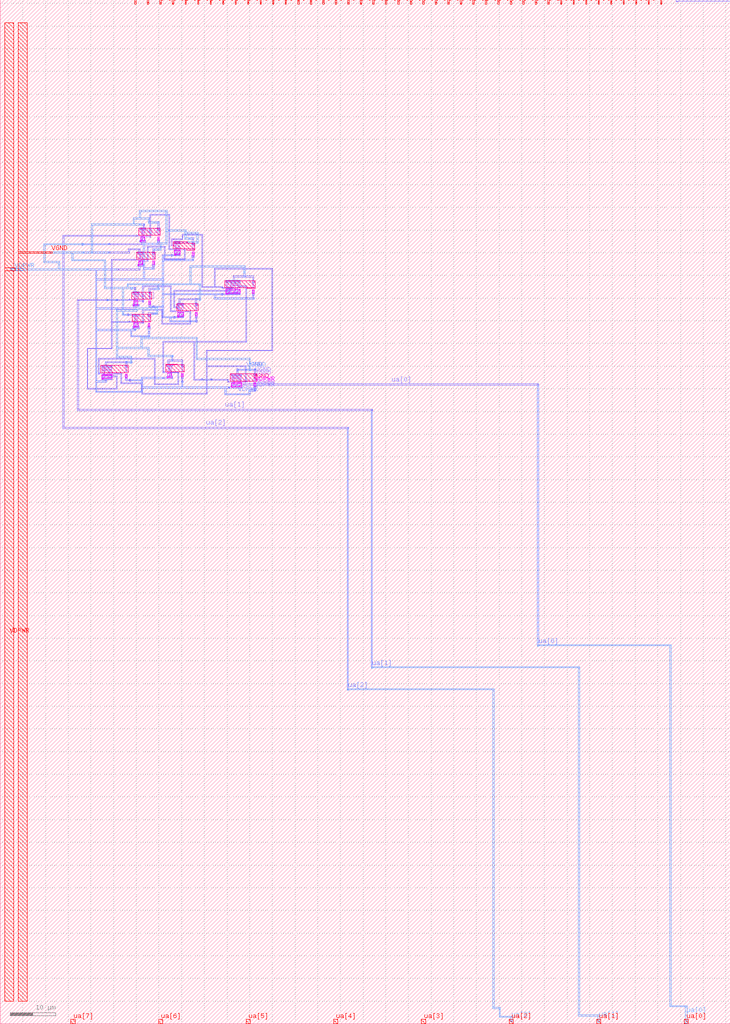
<source format=lef>
VERSION 5.7 ;
  NOWIREEXTENSIONATPIN ON ;
  DIVIDERCHAR "/" ;
  BUSBITCHARS "[]" ;
MACRO tt_um_analog_example
  CLASS BLOCK ;
  FOREIGN tt_um_analog_example ;
  ORIGIN -0.030 0.000 ;
  SIZE 160.970 BY 225.760 ;
  PIN clk
    PORT
      LAYER met4 ;
        RECT 142.860 224.760 143.160 225.760 ;
    END
  END clk
  PIN ena
    PORT
      LAYER met4 ;
        RECT 145.620 224.760 145.920 225.760 ;
    END
  END ena
  PIN rst_n
    PORT
      LAYER met4 ;
        RECT 140.100 224.760 140.400 225.760 ;
    END
  END rst_n
  PIN ua[0]
    ANTENNADIFFAREA 0.445500 ;
    PORT
      LAYER li1 ;
        RECT 52.550 142.525 53.145 142.865 ;
        RECT 52.550 141.205 52.725 142.525 ;
        RECT 52.550 141.100 53.145 141.205 ;
        RECT 52.550 140.800 53.930 141.100 ;
        RECT 52.550 140.655 53.145 140.800 ;
      LAYER met1 ;
        RECT 53.600 140.800 118.760 141.100 ;
      LAYER met2 ;
        RECT 118.430 83.300 118.730 141.130 ;
        RECT 118.440 83.265 118.720 83.300 ;
      LAYER met3 ;
        RECT 118.415 83.600 118.745 83.615 ;
        RECT 118.415 83.300 147.930 83.600 ;
        RECT 118.415 83.285 118.745 83.300 ;
        RECT 147.630 4.000 147.930 83.300 ;
        RECT 147.630 3.700 151.480 4.000 ;
        RECT 151.080 0.110 151.480 3.700 ;
      LAYER met4 ;
        RECT 150.840 0.000 151.740 1.000 ;
    END
  END ua[0]
  PIN ua[1]
    ANTENNAGATEAREA 0.247500 ;
    PORT
      LAYER li1 ;
        RECT 29.550 159.700 29.880 159.715 ;
        RECT 28.380 159.500 29.880 159.700 ;
        RECT 29.550 159.475 29.880 159.500 ;
      LAYER met1 ;
        RECT 23.500 159.700 23.760 159.760 ;
        RECT 16.980 159.500 23.760 159.700 ;
        RECT 16.980 135.500 17.280 159.500 ;
        RECT 23.500 159.440 23.760 159.500 ;
        RECT 25.600 159.700 25.860 159.760 ;
        RECT 28.335 159.700 28.625 159.715 ;
        RECT 25.600 159.500 28.625 159.700 ;
        RECT 25.600 159.440 25.860 159.500 ;
        RECT 28.335 159.485 28.625 159.500 ;
        RECT 16.980 135.200 82.110 135.500 ;
      LAYER met2 ;
        RECT 23.470 159.700 23.790 159.730 ;
        RECT 25.570 159.700 25.890 159.730 ;
        RECT 23.470 159.500 25.890 159.700 ;
        RECT 23.470 159.470 23.790 159.500 ;
        RECT 25.570 159.470 25.890 159.500 ;
        RECT 81.780 78.450 82.080 135.530 ;
        RECT 81.790 78.415 82.070 78.450 ;
      LAYER met3 ;
        RECT 81.765 78.750 82.095 78.765 ;
        RECT 81.765 78.450 127.780 78.750 ;
        RECT 81.765 78.435 82.095 78.450 ;
        RECT 127.480 1.950 127.780 78.450 ;
        RECT 127.480 1.650 132.210 1.950 ;
        RECT 131.755 0.315 132.210 1.650 ;
      LAYER met4 ;
        RECT 131.520 0.000 132.420 1.000 ;
    END
  END ua[1]
  PIN ua[2]
    ANTENNAGATEAREA 0.247500 ;
    PORT
      LAYER li1 ;
        RECT 31.050 173.850 31.380 173.865 ;
        RECT 30.030 173.650 31.380 173.850 ;
        RECT 31.050 173.625 31.380 173.650 ;
      LAYER met1 ;
        RECT 29.985 173.850 30.275 173.865 ;
        RECT 13.780 173.650 30.275 173.850 ;
        RECT 13.780 131.550 14.080 173.650 ;
        RECT 29.985 173.635 30.275 173.650 ;
        RECT 13.780 131.250 76.810 131.550 ;
      LAYER met2 ;
        RECT 76.480 73.600 76.780 131.580 ;
        RECT 76.490 73.565 76.770 73.600 ;
      LAYER met3 ;
        RECT 76.465 73.900 76.795 73.915 ;
        RECT 76.465 73.600 108.930 73.900 ;
        RECT 76.465 73.585 76.795 73.600 ;
        RECT 108.630 3.600 108.930 73.600 ;
        RECT 108.630 3.300 110.280 3.600 ;
        RECT 109.980 1.700 110.280 3.300 ;
        RECT 109.980 1.400 112.855 1.700 ;
        RECT 112.410 0.410 112.855 1.400 ;
      LAYER met4 ;
        RECT 112.200 0.000 113.100 1.000 ;
    END
  END ua[2]
  PIN ua[3]
    PORT
      LAYER met4 ;
        RECT 92.880 0.000 93.780 1.000 ;
    END
  END ua[3]
  PIN ua[4]
    PORT
      LAYER met4 ;
        RECT 73.560 0.000 74.460 1.000 ;
    END
  END ua[4]
  PIN ua[5]
    PORT
      LAYER met4 ;
        RECT 54.240 0.000 55.140 1.000 ;
    END
  END ua[5]
  PIN ua[6]
    PORT
      LAYER met4 ;
        RECT 34.920 0.000 35.820 1.000 ;
    END
  END ua[6]
  PIN ua[7]
    PORT
      LAYER met4 ;
        RECT 15.600 0.000 16.500 1.000 ;
    END
  END ua[7]
  PIN ui_in[0]
    PORT
      LAYER met4 ;
        RECT 137.340 224.760 137.640 225.760 ;
    END
  END ui_in[0]
  PIN ui_in[1]
    PORT
      LAYER met4 ;
        RECT 134.580 224.760 134.880 225.760 ;
    END
  END ui_in[1]
  PIN ui_in[2]
    PORT
      LAYER met4 ;
        RECT 131.820 224.760 132.120 225.760 ;
    END
  END ui_in[2]
  PIN ui_in[3]
    PORT
      LAYER met4 ;
        RECT 129.060 224.760 129.360 225.760 ;
    END
  END ui_in[3]
  PIN ui_in[4]
    PORT
      LAYER met4 ;
        RECT 126.300 224.760 126.600 225.760 ;
    END
  END ui_in[4]
  PIN ui_in[5]
    PORT
      LAYER met4 ;
        RECT 123.540 224.760 123.840 225.760 ;
    END
  END ui_in[5]
  PIN ui_in[6]
    PORT
      LAYER met4 ;
        RECT 120.780 224.760 121.080 225.760 ;
    END
  END ui_in[6]
  PIN ui_in[7]
    PORT
      LAYER met4 ;
        RECT 118.020 224.760 118.320 225.760 ;
    END
  END ui_in[7]
  PIN uio_in[0]
    PORT
      LAYER met4 ;
        RECT 115.260 224.760 115.560 225.760 ;
    END
  END uio_in[0]
  PIN uio_in[1]
    PORT
      LAYER met4 ;
        RECT 112.500 224.760 112.800 225.760 ;
    END
  END uio_in[1]
  PIN uio_in[2]
    PORT
      LAYER met4 ;
        RECT 109.740 224.760 110.040 225.760 ;
    END
  END uio_in[2]
  PIN uio_in[3]
    PORT
      LAYER met4 ;
        RECT 106.980 224.760 107.280 225.760 ;
    END
  END uio_in[3]
  PIN uio_in[4]
    PORT
      LAYER met4 ;
        RECT 104.220 224.760 104.520 225.760 ;
    END
  END uio_in[4]
  PIN uio_in[5]
    PORT
      LAYER met4 ;
        RECT 101.460 224.760 101.760 225.760 ;
    END
  END uio_in[5]
  PIN uio_in[6]
    PORT
      LAYER met4 ;
        RECT 98.700 224.760 99.000 225.760 ;
    END
  END uio_in[6]
  PIN uio_in[7]
    PORT
      LAYER met4 ;
        RECT 95.940 224.760 96.240 225.760 ;
    END
  END uio_in[7]
  PIN uio_oe[0]
    PORT
      LAYER met4 ;
        RECT 49.020 224.760 49.320 225.760 ;
    END
  END uio_oe[0]
  PIN uio_oe[1]
    PORT
      LAYER met4 ;
        RECT 46.260 224.760 46.560 225.760 ;
    END
  END uio_oe[1]
  PIN uio_oe[2]
    PORT
      LAYER met4 ;
        RECT 43.500 224.760 43.800 225.760 ;
    END
  END uio_oe[2]
  PIN uio_oe[3]
    PORT
      LAYER met4 ;
        RECT 40.740 224.760 41.040 225.760 ;
    END
  END uio_oe[3]
  PIN uio_oe[4]
    PORT
      LAYER met4 ;
        RECT 37.980 224.760 38.280 225.760 ;
    END
  END uio_oe[4]
  PIN uio_oe[5]
    PORT
      LAYER met4 ;
        RECT 35.220 224.760 35.520 225.760 ;
    END
  END uio_oe[5]
  PIN uio_oe[6]
    PORT
      LAYER met4 ;
        RECT 32.460 224.760 32.760 225.760 ;
    END
  END uio_oe[6]
  PIN uio_oe[7]
    PORT
      LAYER met4 ;
        RECT 29.700 224.760 30.000 225.760 ;
    END
  END uio_oe[7]
  PIN uio_out[0]
    PORT
      LAYER met4 ;
        RECT 71.100 224.760 71.400 225.760 ;
    END
  END uio_out[0]
  PIN uio_out[1]
    PORT
      LAYER met4 ;
        RECT 68.340 224.760 68.640 225.760 ;
    END
  END uio_out[1]
  PIN uio_out[2]
    PORT
      LAYER met4 ;
        RECT 65.580 224.760 65.880 225.760 ;
    END
  END uio_out[2]
  PIN uio_out[3]
    PORT
      LAYER met4 ;
        RECT 62.820 224.760 63.120 225.760 ;
    END
  END uio_out[3]
  PIN uio_out[4]
    PORT
      LAYER met4 ;
        RECT 60.060 224.760 60.360 225.760 ;
    END
  END uio_out[4]
  PIN uio_out[5]
    PORT
      LAYER met4 ;
        RECT 57.300 224.760 57.600 225.760 ;
    END
  END uio_out[5]
  PIN uio_out[6]
    PORT
      LAYER met4 ;
        RECT 54.540 224.760 54.840 225.760 ;
    END
  END uio_out[6]
  PIN uio_out[7]
    PORT
      LAYER met4 ;
        RECT 51.780 224.760 52.080 225.760 ;
    END
  END uio_out[7]
  PIN uo_out[0]
    PORT
      LAYER met4 ;
        RECT 93.180 224.760 93.480 225.760 ;
    END
  END uo_out[0]
  PIN uo_out[1]
    PORT
      LAYER met4 ;
        RECT 90.420 224.760 90.720 225.760 ;
    END
  END uo_out[1]
  PIN uo_out[2]
    PORT
      LAYER met4 ;
        RECT 87.660 224.760 87.960 225.760 ;
    END
  END uo_out[2]
  PIN uo_out[3]
    PORT
      LAYER met4 ;
        RECT 84.900 224.760 85.200 225.760 ;
    END
  END uo_out[3]
  PIN uo_out[4]
    PORT
      LAYER met4 ;
        RECT 82.140 224.760 82.440 225.760 ;
    END
  END uo_out[4]
  PIN uo_out[5]
    PORT
      LAYER met4 ;
        RECT 79.380 224.760 79.680 225.760 ;
    END
  END uo_out[5]
  PIN uo_out[6]
    PORT
      LAYER met4 ;
        RECT 76.620 224.760 76.920 225.760 ;
    END
  END uo_out[6]
  PIN uo_out[7]
    PORT
      LAYER met4 ;
        RECT 73.860 224.760 74.160 225.760 ;
    END
  END uo_out[7]
  PIN VDPWR
    ANTENNADIFFAREA 3.354000 ;
    PORT
      LAYER pwell ;
        RECT 34.685 172.730 35.115 173.515 ;
        RECT 42.295 169.440 42.725 170.225 ;
        RECT 33.585 167.430 34.015 168.215 ;
        RECT 55.585 161.080 56.015 161.865 ;
        RECT 32.735 158.630 33.165 159.415 ;
        RECT 42.985 156.080 43.415 156.865 ;
        RECT 32.585 153.730 33.015 154.515 ;
        RECT 27.585 142.480 28.015 143.265 ;
        RECT 39.935 142.630 40.365 143.415 ;
        RECT 55.935 140.580 56.365 141.365 ;
      LAYER li1 ;
        RECT 31.050 172.635 31.280 173.455 ;
        RECT 30.730 172.465 32.110 172.635 ;
        RECT 34.755 172.625 35.045 173.350 ;
        RECT 34.670 172.455 35.130 172.625 ;
        RECT 38.435 169.635 38.675 170.445 ;
        RECT 39.345 169.635 39.615 170.445 ;
        RECT 38.330 169.465 39.710 169.635 ;
        RECT 42.365 169.335 42.655 170.060 ;
        RECT 42.280 169.165 42.740 169.335 ;
        RECT 30.600 167.335 30.830 168.155 ;
        RECT 30.280 167.165 31.660 167.335 ;
        RECT 33.655 167.325 33.945 168.050 ;
        RECT 33.570 167.155 34.030 167.325 ;
        RECT 49.855 161.025 50.185 161.415 ;
        RECT 50.695 161.025 51.025 161.415 ;
        RECT 52.565 161.025 52.855 161.860 ;
        RECT 49.720 160.855 52.940 161.025 ;
        RECT 55.655 160.975 55.945 161.700 ;
        RECT 55.570 160.805 56.030 160.975 ;
        RECT 29.550 158.485 29.780 159.305 ;
        RECT 32.805 158.525 33.095 159.250 ;
        RECT 29.230 158.315 30.610 158.485 ;
        RECT 32.720 158.355 33.180 158.525 ;
        RECT 39.185 155.985 39.425 156.795 ;
        RECT 40.095 155.985 40.365 156.795 ;
        RECT 39.080 155.815 40.460 155.985 ;
        RECT 43.055 155.975 43.345 156.700 ;
        RECT 42.970 155.805 43.430 155.975 ;
        RECT 29.590 153.625 29.820 154.445 ;
        RECT 32.655 153.625 32.945 154.350 ;
        RECT 29.270 153.455 30.650 153.625 ;
        RECT 32.570 153.455 33.030 153.625 ;
        RECT 22.895 142.335 23.830 142.735 ;
        RECT 27.655 142.375 27.945 143.100 ;
        RECT 36.990 142.575 37.220 143.395 ;
        RECT 36.670 142.405 38.050 142.575 ;
        RECT 40.005 142.525 40.295 143.250 ;
        RECT 22.380 142.165 24.680 142.335 ;
        RECT 27.570 142.205 28.030 142.375 ;
        RECT 39.920 142.355 40.380 142.525 ;
        RECT 51.445 140.485 52.380 140.885 ;
        RECT 50.930 140.315 53.230 140.485 ;
        RECT 56.005 140.475 56.295 141.200 ;
        RECT 55.920 140.305 56.380 140.475 ;
      LAYER met1 ;
        RECT 30.730 172.310 32.110 172.790 ;
        RECT 23.890 172.045 24.180 172.080 ;
        RECT 31.045 172.045 31.335 172.310 ;
        RECT 34.670 172.300 35.130 172.780 ;
        RECT 23.885 171.755 31.335 172.045 ;
        RECT 34.780 171.770 35.080 172.300 ;
        RECT 23.890 171.720 24.180 171.755 ;
        RECT 37.690 169.600 37.980 169.630 ;
        RECT 38.330 169.600 39.710 169.790 ;
        RECT 37.685 169.310 39.710 169.600 ;
        RECT 37.690 169.270 37.980 169.310 ;
        RECT 42.280 169.010 42.740 169.490 ;
        RECT 42.330 168.270 42.630 169.010 ;
        RECT 30.280 167.010 31.660 167.490 ;
        RECT 25.690 166.495 25.980 166.530 ;
        RECT 30.595 166.495 30.885 167.010 ;
        RECT 33.570 167.000 34.030 167.480 ;
        RECT 25.685 166.205 30.885 166.495 ;
        RECT 33.625 166.680 33.925 167.000 ;
        RECT 33.625 166.350 33.930 166.680 ;
        RECT 33.630 166.320 33.930 166.350 ;
        RECT 25.690 166.170 25.980 166.205 ;
        RECT 48.790 160.990 49.080 161.030 ;
        RECT 49.720 160.990 52.940 161.180 ;
        RECT 48.785 160.700 52.940 160.990 ;
        RECT 48.790 160.670 49.080 160.700 ;
        RECT 55.570 160.650 56.030 161.130 ;
        RECT 55.630 159.720 55.930 160.650 ;
        RECT 29.230 158.160 30.610 158.640 ;
        RECT 32.720 158.250 33.180 158.680 ;
        RECT 33.630 158.250 33.930 158.280 ;
        RECT 32.720 158.200 33.930 158.250 ;
        RECT 25.590 157.845 25.880 157.880 ;
        RECT 29.545 157.845 29.835 158.160 ;
        RECT 32.775 157.950 33.930 158.200 ;
        RECT 33.630 157.920 33.930 157.950 ;
        RECT 25.585 157.555 29.835 157.845 ;
        RECT 25.590 157.520 25.880 157.555 ;
        RECT 38.290 155.950 38.580 155.980 ;
        RECT 39.080 155.950 40.460 156.140 ;
        RECT 38.285 155.660 40.460 155.950 ;
        RECT 38.290 155.620 38.580 155.660 ;
        RECT 42.970 155.650 43.430 156.130 ;
        RECT 43.075 155.085 43.380 155.650 ;
        RECT 43.075 154.750 43.385 155.085 ;
        RECT 43.080 154.720 43.385 154.750 ;
        RECT 29.270 153.300 30.650 153.780 ;
        RECT 32.570 153.300 33.030 153.780 ;
        RECT 29.585 153.130 29.875 153.300 ;
        RECT 29.585 152.805 29.880 153.130 ;
        RECT 29.590 152.770 29.880 152.805 ;
        RECT 32.630 152.600 32.930 153.300 ;
        RECT 32.600 152.300 32.960 152.600 ;
        RECT 35.890 142.540 36.180 142.580 ;
        RECT 36.670 142.540 38.050 142.730 ;
        RECT 22.380 142.010 24.680 142.490 ;
        RECT 27.570 142.050 28.030 142.530 ;
        RECT 35.885 142.250 38.050 142.540 ;
        RECT 35.890 142.220 36.180 142.250 ;
        RECT 39.920 142.200 40.380 142.680 ;
        RECT 28.480 142.050 28.780 142.080 ;
        RECT 23.155 141.780 23.445 142.010 ;
        RECT 23.140 141.455 23.445 141.780 ;
        RECT 27.630 141.750 28.780 142.050 ;
        RECT 39.980 141.950 40.280 142.200 ;
        RECT 28.480 141.720 28.780 141.750 ;
        RECT 39.985 141.700 40.280 141.950 ;
        RECT 23.140 141.420 23.430 141.455 ;
        RECT 39.950 141.405 40.310 141.700 ;
        RECT 50.240 140.450 50.530 140.480 ;
        RECT 50.930 140.450 53.230 140.640 ;
        RECT 50.235 140.160 53.230 140.450 ;
        RECT 50.240 140.120 50.530 140.160 ;
        RECT 55.920 140.150 56.380 140.630 ;
        RECT 55.980 139.420 56.280 140.150 ;
      LAYER met2 ;
        RECT 17.990 172.050 18.270 172.085 ;
        RECT 17.980 171.750 24.210 172.050 ;
        RECT 31.580 171.800 35.110 172.100 ;
        RECT 17.990 171.715 18.270 171.750 ;
        RECT 31.580 166.650 31.880 171.800 ;
        RECT 35.730 169.300 38.010 169.600 ;
        RECT 35.730 168.600 36.030 169.300 ;
        RECT 35.730 168.300 42.660 168.600 ;
        RECT 19.090 166.500 19.370 166.535 ;
        RECT 19.080 166.200 26.010 166.500 ;
        RECT 31.580 166.350 33.960 166.650 ;
        RECT 19.090 166.165 19.370 166.200 ;
        RECT 21.030 164.300 21.330 166.200 ;
        RECT 31.580 164.300 31.880 166.350 ;
        RECT 35.730 164.300 36.030 168.300 ;
        RECT 21.030 164.000 36.030 164.300 ;
        RECT 21.030 157.850 21.330 164.000 ;
        RECT 35.730 161.000 36.030 164.000 ;
        RECT 35.730 160.700 49.110 161.000 ;
        RECT 35.730 158.250 36.030 160.700 ;
        RECT 47.230 160.050 47.530 160.700 ;
        RECT 47.230 159.750 55.960 160.050 ;
        RECT 33.600 157.950 36.030 158.250 ;
        RECT 21.030 157.550 25.910 157.850 ;
        RECT 21.030 153.100 21.330 157.550 ;
        RECT 35.730 155.950 36.030 157.950 ;
        RECT 35.730 155.650 38.610 155.950 ;
        RECT 37.430 155.050 37.730 155.650 ;
        RECT 43.050 155.050 43.415 155.055 ;
        RECT 37.430 154.750 43.415 155.050 ;
        RECT 21.030 152.800 29.910 153.100 ;
        RECT 21.030 141.750 21.330 152.800 ;
        RECT 28.730 151.750 29.030 152.800 ;
        RECT 32.630 151.750 32.930 152.630 ;
        RECT 28.730 151.450 32.930 151.750 ;
        RECT 31.130 142.250 36.210 142.550 ;
        RECT 31.130 142.050 31.430 142.250 ;
        RECT 28.450 141.750 31.430 142.050 ;
        RECT 21.030 141.450 23.460 141.750 ;
        RECT 21.030 139.500 21.330 141.450 ;
        RECT 31.130 140.450 31.430 141.750 ;
        RECT 39.980 140.450 40.280 141.730 ;
        RECT 31.130 140.150 50.560 140.450 ;
        RECT 31.130 139.500 31.430 140.150 ;
        RECT 21.030 139.200 31.430 139.500 ;
        RECT 49.530 138.950 49.830 140.150 ;
        RECT 54.830 139.450 56.310 139.750 ;
        RECT 54.830 138.950 55.130 139.450 ;
        RECT 49.530 138.650 55.130 138.950 ;
      LAYER met3 ;
        RECT 17.965 172.050 18.295 172.065 ;
        RECT 9.580 171.750 18.295 172.050 ;
        RECT 9.580 168.150 9.880 171.750 ;
        RECT 17.965 171.735 18.295 171.750 ;
        RECT 9.580 167.850 13.080 168.150 ;
        RECT 2.960 166.625 3.320 166.650 ;
        RECT 2.330 166.500 5.090 166.625 ;
        RECT 12.780 166.500 13.080 167.850 ;
        RECT 19.065 166.500 19.395 166.515 ;
        RECT 2.330 166.200 19.395 166.500 ;
        RECT 2.330 166.080 5.090 166.200 ;
        RECT 19.065 166.185 19.395 166.200 ;
        RECT 2.960 166.060 3.320 166.080 ;
      LAYER met4 ;
        RECT 1.000 166.650 3.000 220.760 ;
        RECT 1.000 166.060 3.320 166.650 ;
        RECT 1.000 5.000 3.000 166.060 ;
    END
  END VDPWR
  PIN VGND
    USE GROUND ;
    PORT
      LAYER nwell ;
        RECT 30.540 175.450 33.580 175.460 ;
        RECT 30.540 173.855 35.320 175.450 ;
        RECT 33.560 173.845 35.320 173.855 ;
        RECT 38.140 172.160 41.180 172.460 ;
        RECT 38.140 170.855 42.930 172.160 ;
        RECT 41.160 170.555 42.930 170.855 ;
        RECT 30.090 170.150 32.680 170.160 ;
        RECT 30.090 168.555 34.220 170.150 ;
        RECT 32.660 168.545 34.220 168.555 ;
        RECT 49.530 163.800 54.430 163.850 ;
        RECT 49.530 162.245 56.220 163.800 ;
        RECT 54.360 162.195 56.220 162.245 ;
        RECT 31.660 161.310 33.370 161.350 ;
        RECT 29.040 159.745 33.370 161.310 ;
        RECT 29.040 159.705 31.780 159.745 ;
        RECT 38.890 158.800 41.930 158.810 ;
        RECT 38.890 157.205 43.620 158.800 ;
        RECT 41.910 157.195 43.620 157.205 ;
        RECT 29.080 154.845 33.220 156.450 ;
        RECT 36.480 145.350 39.080 145.400 ;
        RECT 26.560 145.160 28.220 145.200 ;
        RECT 22.190 143.595 28.220 145.160 ;
        RECT 36.480 143.795 40.570 145.350 ;
        RECT 38.910 143.745 40.570 143.795 ;
        RECT 22.190 143.555 26.580 143.595 ;
        RECT 50.740 143.300 54.830 143.310 ;
        RECT 50.740 141.705 56.570 143.300 ;
        RECT 54.810 141.695 56.570 141.705 ;
      LAYER li1 ;
        RECT 30.730 175.185 32.110 175.355 ;
        RECT 31.070 174.045 31.280 175.185 ;
        RECT 34.670 175.175 35.130 175.345 ;
        RECT 34.755 174.010 35.045 175.175 ;
        RECT 38.330 172.185 39.710 172.355 ;
        RECT 39.285 171.045 39.615 172.185 ;
        RECT 42.280 171.885 42.740 172.055 ;
        RECT 42.365 170.720 42.655 171.885 ;
        RECT 30.280 169.885 31.660 170.055 ;
        RECT 30.620 168.745 30.830 169.885 ;
        RECT 33.570 169.875 34.030 170.045 ;
        RECT 33.655 168.710 33.945 169.875 ;
        RECT 49.720 163.575 52.940 163.745 ;
        RECT 50.775 162.725 50.945 163.575 ;
        RECT 51.615 163.065 51.785 163.575 ;
        RECT 55.570 163.525 56.030 163.695 ;
        RECT 55.655 162.360 55.945 163.525 ;
        RECT 29.230 161.035 30.610 161.205 ;
        RECT 32.720 161.075 33.180 161.245 ;
        RECT 29.570 159.895 29.780 161.035 ;
        RECT 32.805 159.910 33.095 161.075 ;
        RECT 39.080 158.535 40.460 158.705 ;
        RECT 40.035 157.395 40.365 158.535 ;
        RECT 42.970 158.525 43.430 158.695 ;
        RECT 43.055 157.360 43.345 158.525 ;
        RECT 29.270 156.175 30.650 156.345 ;
        RECT 32.570 156.175 33.030 156.345 ;
        RECT 29.610 155.035 29.820 156.175 ;
        RECT 32.655 155.010 32.945 156.175 ;
        RECT 36.670 145.125 38.050 145.295 ;
        RECT 22.380 144.885 24.680 145.055 ;
        RECT 27.570 144.925 28.030 145.095 ;
        RECT 22.895 144.485 23.830 144.885 ;
        RECT 27.655 143.760 27.945 144.925 ;
        RECT 37.010 143.985 37.220 145.125 ;
        RECT 39.920 145.075 40.380 145.245 ;
        RECT 40.005 143.910 40.295 145.075 ;
        RECT 50.930 143.035 53.230 143.205 ;
        RECT 51.445 142.635 52.380 143.035 ;
        RECT 55.920 143.025 56.380 143.195 ;
        RECT 56.005 141.860 56.295 143.025 ;
      LAYER met1 ;
        RECT 31.490 176.395 31.780 176.430 ;
        RECT 31.490 176.070 31.795 176.395 ;
        RECT 31.505 175.510 31.795 176.070 ;
        RECT 30.730 175.030 32.110 175.510 ;
        RECT 34.730 175.500 35.030 176.880 ;
        RECT 34.670 175.020 35.130 175.500 ;
        RECT 42.380 173.300 42.680 173.330 ;
        RECT 42.375 172.970 42.680 173.300 ;
        RECT 38.330 172.400 39.710 172.510 ;
        RECT 40.130 172.400 40.430 172.430 ;
        RECT 38.330 172.100 40.430 172.400 ;
        RECT 42.375 172.210 42.675 172.970 ;
        RECT 38.330 172.030 39.710 172.100 ;
        RECT 40.130 172.070 40.430 172.100 ;
        RECT 42.280 171.730 42.740 172.210 ;
        RECT 28.235 170.655 30.885 170.945 ;
        RECT 23.940 170.195 24.230 170.230 ;
        RECT 28.235 170.195 28.525 170.655 ;
        RECT 30.595 170.210 30.885 170.655 ;
        RECT 23.935 169.905 28.525 170.195 ;
        RECT 23.940 169.870 24.230 169.905 ;
        RECT 30.280 169.730 31.660 170.210 ;
        RECT 33.630 170.200 33.925 170.880 ;
        RECT 33.570 169.720 34.030 170.200 ;
        RECT 54.780 164.895 55.930 164.900 ;
        RECT 51.415 164.605 55.930 164.895 ;
        RECT 51.415 163.900 51.705 164.605 ;
        RECT 53.650 164.600 54.010 164.605 ;
        RECT 54.780 164.595 55.930 164.605 ;
        RECT 49.720 163.420 52.940 163.900 ;
        RECT 55.625 163.850 55.930 164.595 ;
        RECT 55.570 163.370 56.030 163.850 ;
        RECT 29.540 162.345 29.830 162.380 ;
        RECT 29.540 162.020 29.835 162.345 ;
        RECT 33.630 162.145 33.925 162.180 ;
        RECT 29.545 161.360 29.835 162.020 ;
        RECT 32.780 161.850 33.925 162.145 ;
        RECT 32.780 161.400 33.075 161.850 ;
        RECT 33.630 161.820 33.925 161.850 ;
        RECT 29.230 160.880 30.610 161.360 ;
        RECT 32.720 160.920 33.180 161.400 ;
        RECT 43.030 159.900 43.330 159.930 ;
        RECT 39.530 159.895 43.330 159.900 ;
        RECT 39.395 159.600 43.330 159.895 ;
        RECT 39.395 158.860 39.685 159.600 ;
        RECT 39.080 158.380 40.460 158.860 ;
        RECT 43.030 158.850 43.330 159.600 ;
        RECT 42.970 158.370 43.430 158.850 ;
        RECT 33.530 156.800 33.830 156.830 ;
        RECT 28.090 156.500 28.380 156.530 ;
        RECT 32.680 156.500 33.830 156.800 ;
        RECT 28.085 156.210 30.650 156.500 ;
        RECT 28.090 156.170 28.380 156.210 ;
        RECT 29.270 156.020 30.650 156.210 ;
        RECT 32.570 156.020 33.030 156.500 ;
        RECT 33.530 156.470 33.830 156.500 ;
        RECT 37.750 146.400 38.115 146.405 ;
        RECT 37.030 146.395 40.280 146.400 ;
        RECT 36.985 146.095 40.280 146.395 ;
        RECT 27.680 146.000 27.985 146.035 ;
        RECT 27.675 145.995 27.985 146.000 ;
        RECT 23.155 145.705 27.985 145.995 ;
        RECT 23.155 145.210 23.445 145.705 ;
        RECT 27.675 145.670 27.985 145.705 ;
        RECT 27.675 145.250 27.980 145.670 ;
        RECT 36.985 145.450 37.275 146.095 ;
        RECT 22.380 144.730 24.680 145.210 ;
        RECT 27.570 144.770 28.030 145.250 ;
        RECT 36.670 144.970 38.050 145.450 ;
        RECT 39.975 145.400 40.280 146.095 ;
        RECT 39.920 144.920 40.380 145.400 ;
        RECT 52.180 144.345 52.470 144.380 ;
        RECT 52.165 144.020 52.470 144.345 ;
        RECT 52.165 143.360 52.455 144.020 ;
        RECT 50.930 142.880 53.230 143.360 ;
        RECT 55.980 143.350 56.280 144.380 ;
        RECT 55.920 142.870 56.380 143.350 ;
      LAYER met2 ;
        RECT 34.090 176.850 34.370 176.885 ;
        RECT 34.080 176.550 35.060 176.850 ;
        RECT 34.090 176.515 34.370 176.550 ;
        RECT 30.790 176.400 31.070 176.435 ;
        RECT 30.780 176.100 31.810 176.400 ;
        RECT 30.790 176.065 31.070 176.100 ;
        RECT 41.540 173.300 41.820 173.335 ;
        RECT 41.530 173.000 42.710 173.300 ;
        RECT 41.540 172.965 41.820 173.000 ;
        RECT 41.040 172.400 41.320 172.435 ;
        RECT 40.100 172.100 41.320 172.400 ;
        RECT 41.040 172.065 41.320 172.100 ;
        RECT 34.590 170.850 34.870 170.885 ;
        RECT 33.600 170.550 34.880 170.850 ;
        RECT 34.590 170.515 34.870 170.550 ;
        RECT 17.990 170.200 18.270 170.235 ;
        RECT 17.980 169.900 24.260 170.200 ;
        RECT 17.990 169.865 18.270 169.900 ;
        RECT 53.680 165.790 53.980 165.800 ;
        RECT 53.645 165.510 54.015 165.790 ;
        RECT 53.680 164.570 53.980 165.510 ;
        RECT 28.790 162.350 29.070 162.385 ;
        RECT 28.780 162.050 29.860 162.350 ;
        RECT 33.600 162.140 34.980 162.150 ;
        RECT 28.790 162.015 29.070 162.050 ;
        RECT 33.600 161.860 35.015 162.140 ;
        RECT 33.600 161.850 34.980 161.860 ;
        RECT 43.000 159.890 44.230 159.900 ;
        RECT 43.000 159.610 44.265 159.890 ;
        RECT 43.000 159.600 44.230 159.610 ;
        RECT 33.500 156.790 34.680 156.800 ;
        RECT 33.500 156.510 34.715 156.790 ;
        RECT 33.500 156.500 34.680 156.510 ;
        RECT 26.930 156.490 28.410 156.500 ;
        RECT 26.895 156.210 28.410 156.490 ;
        RECT 26.930 156.200 28.410 156.210 ;
        RECT 37.790 147.400 38.070 147.435 ;
        RECT 37.780 146.435 38.080 147.400 ;
        RECT 37.780 146.070 38.085 146.435 ;
        RECT 27.650 146.000 28.015 146.005 ;
        RECT 27.650 145.990 29.030 146.000 ;
        RECT 27.650 145.710 29.065 145.990 ;
        RECT 27.650 145.700 29.030 145.710 ;
        RECT 52.150 144.050 56.310 144.350 ;
      LAYER met3 ;
        RECT 30.680 179.100 36.780 179.400 ;
        RECT 30.680 177.750 30.980 179.100 ;
        RECT 29.280 177.450 32.880 177.750 ;
        RECT 29.280 176.400 29.580 177.450 ;
        RECT 32.580 176.850 32.880 177.450 ;
        RECT 34.065 176.850 34.395 176.865 ;
        RECT 32.580 176.550 34.395 176.850 ;
        RECT 34.065 176.535 34.395 176.550 ;
        RECT 30.765 176.400 31.095 176.415 ;
        RECT 20.080 176.100 31.095 176.400 ;
        RECT 11.120 170.200 11.440 170.240 ;
        RECT 20.080 170.215 20.380 176.100 ;
        RECT 30.765 176.085 31.095 176.100 ;
        RECT 36.480 175.050 36.780 179.100 ;
        RECT 36.480 174.750 40.980 175.050 ;
        RECT 36.480 172.200 36.780 174.750 ;
        RECT 40.680 174.500 40.980 174.750 ;
        RECT 40.680 174.200 43.630 174.500 ;
        RECT 40.680 173.300 40.980 174.200 ;
        RECT 41.515 173.300 41.845 173.315 ;
        RECT 40.680 173.000 41.845 173.300 ;
        RECT 41.515 172.985 41.845 173.000 ;
        RECT 35.230 171.900 36.780 172.200 ;
        RECT 41.015 172.400 41.345 172.415 ;
        RECT 43.330 172.400 43.630 174.200 ;
        RECT 41.015 172.100 43.630 172.400 ;
        RECT 41.015 172.085 41.345 172.100 ;
        RECT 34.565 170.850 34.895 170.865 ;
        RECT 35.230 170.850 35.530 171.900 ;
        RECT 34.565 170.550 35.530 170.850 ;
        RECT 34.565 170.535 34.895 170.550 ;
        RECT 17.965 170.200 18.295 170.215 ;
        RECT 11.120 169.900 18.295 170.200 ;
        RECT 11.120 169.860 11.440 169.900 ;
        RECT 15.780 168.500 16.080 169.900 ;
        RECT 17.965 169.885 18.295 169.900 ;
        RECT 20.065 169.885 20.395 170.215 ;
        RECT 15.780 168.200 23.230 168.500 ;
        RECT 22.930 162.350 23.230 168.200 ;
        RECT 41.780 166.850 53.980 167.150 ;
        RECT 41.780 163.200 42.080 166.850 ;
        RECT 53.680 165.815 53.980 166.850 ;
        RECT 53.665 165.485 53.995 165.815 ;
        RECT 27.980 162.900 44.230 163.200 ;
        RECT 27.980 162.350 28.280 162.900 ;
        RECT 28.765 162.350 29.095 162.365 ;
        RECT 22.930 162.050 29.095 162.350 ;
        RECT 34.680 162.165 34.980 162.900 ;
        RECT 26.930 157.400 27.230 162.050 ;
        RECT 28.765 162.035 29.095 162.050 ;
        RECT 34.665 161.835 34.995 162.165 ;
        RECT 43.930 159.915 44.230 162.900 ;
        RECT 43.915 159.585 44.245 159.915 ;
        RECT 29.930 157.550 34.680 157.850 ;
        RECT 29.930 157.400 30.230 157.550 ;
        RECT 25.580 157.100 30.230 157.400 ;
        RECT 25.580 149.150 25.880 157.100 ;
        RECT 26.930 156.515 27.230 157.100 ;
        RECT 34.380 156.815 34.680 157.550 ;
        RECT 26.915 156.185 27.245 156.515 ;
        RECT 34.365 156.485 34.695 156.815 ;
        RECT 30.980 151.100 43.480 151.400 ;
        RECT 30.980 149.150 31.280 151.100 ;
        RECT 25.580 148.850 32.830 149.150 ;
        RECT 25.580 147.200 25.880 148.850 ;
        RECT 32.530 147.400 32.830 148.850 ;
        RECT 37.765 147.400 38.095 147.415 ;
        RECT 25.580 146.900 29.030 147.200 ;
        RECT 32.530 147.100 38.095 147.400 ;
        RECT 37.765 147.085 38.095 147.100 ;
        RECT 28.730 146.015 29.030 146.900 ;
        RECT 43.180 146.750 43.480 151.100 ;
        RECT 43.180 146.450 55.180 146.750 ;
        RECT 28.715 145.685 29.045 146.015 ;
        RECT 54.880 144.365 55.180 146.450 ;
        RECT 54.865 144.035 55.195 144.365 ;
      LAYER met4 ;
        RECT 4.000 170.200 6.000 220.760 ;
        RECT 11.115 170.200 11.445 170.215 ;
        RECT 4.000 169.900 11.445 170.200 ;
        RECT 4.000 5.000 6.000 169.900 ;
        RECT 11.115 169.885 11.445 169.900 ;
    END
  END VGND
  OBS
      LAYER pwell ;
        RECT 30.940 172.655 31.870 173.565 ;
        RECT 30.940 172.635 31.045 172.655 ;
        RECT 30.875 172.465 31.045 172.635 ;
        RECT 38.335 169.655 39.685 170.565 ;
        RECT 38.480 169.465 38.650 169.655 ;
        RECT 30.490 167.355 31.420 168.265 ;
        RECT 30.490 167.335 30.595 167.355 ;
        RECT 30.425 167.165 30.595 167.335 ;
        RECT 49.765 161.045 52.935 161.955 ;
        RECT 49.865 160.855 50.035 161.045 ;
        RECT 29.440 158.505 30.370 159.415 ;
        RECT 29.440 158.485 29.545 158.505 ;
        RECT 29.375 158.315 29.545 158.485 ;
        RECT 39.085 156.005 40.435 156.915 ;
        RECT 39.230 155.815 39.400 156.005 ;
        RECT 29.480 153.645 30.410 154.555 ;
        RECT 29.480 153.625 29.585 153.645 ;
        RECT 29.415 153.455 29.585 153.625 ;
        RECT 22.870 143.035 24.675 143.265 ;
        RECT 22.385 142.355 24.675 143.035 ;
        RECT 36.880 142.595 37.810 143.505 ;
        RECT 36.880 142.575 36.985 142.595 ;
        RECT 36.815 142.405 36.985 142.575 ;
        RECT 22.530 142.165 22.700 142.355 ;
        RECT 51.420 141.185 53.225 141.415 ;
        RECT 50.935 140.505 53.225 141.185 ;
        RECT 51.080 140.315 51.250 140.505 ;
      LAYER li1 ;
        RECT 31.450 174.035 31.780 175.015 ;
        RECT 31.550 173.715 31.780 174.035 ;
        RECT 31.550 173.485 33.145 173.715 ;
        RECT 31.550 173.435 31.780 173.485 ;
        RECT 31.450 172.805 31.780 173.435 ;
        RECT 37.680 172.900 38.330 173.100 ;
        RECT 37.680 171.750 37.880 172.900 ;
        RECT 38.425 171.750 38.755 172.000 ;
        RECT 37.680 171.550 38.755 171.750 ;
        RECT 38.425 171.215 38.755 171.550 ;
        RECT 38.425 171.045 39.105 171.215 ;
        RECT 38.415 170.625 38.765 170.875 ;
        RECT 38.935 170.445 39.105 171.045 ;
        RECT 39.275 170.845 39.625 170.875 ;
        RECT 39.275 170.655 40.825 170.845 ;
        RECT 39.275 170.625 39.625 170.655 ;
        RECT 38.845 169.805 39.175 170.445 ;
        RECT 31.000 168.735 31.330 169.715 ;
        RECT 30.600 168.550 30.930 168.565 ;
        RECT 29.480 168.350 30.930 168.550 ;
        RECT 30.600 168.325 30.930 168.350 ;
        RECT 31.100 168.415 31.330 168.735 ;
        RECT 31.100 168.185 32.595 168.415 ;
        RECT 31.100 168.135 31.330 168.185 ;
        RECT 31.000 167.505 31.330 168.135 ;
        RECT 49.805 162.725 50.185 163.405 ;
        RECT 51.115 162.895 51.445 163.405 ;
        RECT 51.955 162.895 52.355 163.405 ;
        RECT 51.115 162.725 52.355 162.895 ;
        RECT 52.535 162.750 52.855 163.405 ;
        RECT 49.805 161.765 49.975 162.725 ;
        RECT 50.145 162.385 51.450 162.555 ;
        RECT 52.535 162.475 52.930 162.750 ;
        RECT 50.145 161.935 50.390 162.385 ;
        RECT 50.560 162.015 51.110 162.215 ;
        RECT 51.280 162.185 51.450 162.385 ;
        RECT 52.225 162.450 52.930 162.475 ;
        RECT 52.225 162.305 52.855 162.450 ;
        RECT 51.280 162.015 51.655 162.185 ;
        RECT 51.825 161.765 52.055 162.265 ;
        RECT 49.805 161.595 52.055 161.765 ;
        RECT 50.355 161.275 50.525 161.595 ;
        RECT 52.225 161.425 52.395 162.305 ;
        RECT 51.440 161.255 52.395 161.425 ;
        RECT 29.950 159.885 30.280 160.865 ;
        RECT 30.050 159.515 30.280 159.885 ;
        RECT 30.050 159.285 31.595 159.515 ;
        RECT 29.950 158.655 30.280 159.285 ;
        RECT 31.365 159.135 31.595 159.285 ;
        RECT 39.175 158.100 39.505 158.350 ;
        RECT 39.030 157.800 39.505 158.100 ;
        RECT 39.175 157.565 39.505 157.800 ;
        RECT 39.175 157.395 39.855 157.565 ;
        RECT 38.105 156.975 39.515 157.225 ;
        RECT 39.685 156.795 39.855 157.395 ;
        RECT 40.025 157.200 40.375 157.225 ;
        RECT 40.025 157.000 41.330 157.200 ;
        RECT 40.025 156.975 40.375 157.000 ;
        RECT 39.595 156.155 39.925 156.795 ;
        RECT 29.990 155.025 30.320 156.005 ;
        RECT 29.590 154.850 29.920 154.855 ;
        RECT 28.430 154.650 29.920 154.850 ;
        RECT 29.590 154.615 29.920 154.650 ;
        RECT 30.090 154.665 30.320 155.025 ;
        RECT 31.365 154.665 31.595 154.915 ;
        RECT 30.090 154.435 31.595 154.665 ;
        RECT 30.090 154.425 30.320 154.435 ;
        RECT 29.990 153.795 30.320 154.425 ;
        RECT 22.465 144.315 22.725 144.715 ;
        RECT 24.000 144.375 24.595 144.715 ;
        RECT 22.465 144.145 23.830 144.315 ;
        RECT 22.465 143.500 22.925 143.975 ;
        RECT 21.630 143.300 22.925 143.500 ;
        RECT 22.465 143.245 22.925 143.300 ;
        RECT 23.095 143.075 23.830 144.145 ;
        RECT 22.465 142.905 23.830 143.075 ;
        RECT 24.000 143.055 24.175 144.375 ;
        RECT 24.355 143.450 24.595 144.205 ;
        RECT 37.390 143.975 37.720 144.955 ;
        RECT 36.990 143.800 37.320 143.805 ;
        RECT 35.880 143.600 37.320 143.800 ;
        RECT 36.990 143.565 37.320 143.600 ;
        RECT 24.355 143.250 25.530 143.450 ;
        RECT 37.490 143.375 37.720 143.975 ;
        RECT 24.355 143.225 24.595 143.250 ;
        RECT 22.465 142.505 22.725 142.905 ;
        RECT 24.000 142.505 24.595 143.055 ;
        RECT 37.390 142.745 37.720 143.375 ;
        RECT 51.015 142.465 51.275 142.865 ;
        RECT 51.015 142.295 52.380 142.465 ;
        RECT 51.015 141.650 51.475 142.125 ;
        RECT 50.130 141.450 51.475 141.650 ;
        RECT 51.015 141.395 51.475 141.450 ;
        RECT 51.645 141.225 52.380 142.295 ;
        RECT 52.905 141.650 53.145 142.355 ;
        RECT 52.905 141.450 54.230 141.650 ;
        RECT 52.905 141.375 53.145 141.450 ;
        RECT 51.015 141.055 52.380 141.225 ;
        RECT 51.015 140.655 51.275 141.055 ;
      LAYER met1 ;
        RECT 149.100 225.450 161.000 225.750 ;
        RECT 149.100 225.400 149.400 225.450 ;
        RECT 32.915 178.285 37.395 178.515 ;
        RECT 32.915 173.455 33.145 178.285 ;
        RECT 32.365 171.185 36.395 171.415 ;
        RECT 29.435 168.550 29.725 168.565 ;
        RECT 24.480 168.350 29.725 168.550 ;
        RECT 24.480 154.850 24.680 168.350 ;
        RECT 29.435 168.335 29.725 168.350 ;
        RECT 32.365 168.155 32.595 171.185 ;
        RECT 36.165 168.665 36.395 171.185 ;
        RECT 37.165 170.865 37.395 178.285 ;
        RECT 40.080 173.900 44.630 174.100 ;
        RECT 38.035 173.100 38.325 173.115 ;
        RECT 40.080 173.100 40.280 173.900 ;
        RECT 38.030 172.900 40.280 173.100 ;
        RECT 38.035 172.885 38.325 172.900 ;
        RECT 37.165 170.635 38.775 170.865 ;
        RECT 40.615 168.665 40.845 170.895 ;
        RECT 36.165 168.435 40.845 168.665 ;
        RECT 31.365 162.535 37.695 162.765 ;
        RECT 31.365 159.155 31.595 162.535 ;
        RECT 31.365 157.285 35.845 157.515 ;
        RECT 28.385 154.850 28.675 154.865 ;
        RECT 24.480 154.650 28.675 154.850 ;
        RECT 31.365 154.820 31.595 157.285 ;
        RECT 24.480 149.000 24.680 154.650 ;
        RECT 28.385 154.635 28.675 154.650 ;
        RECT 31.360 154.580 31.600 154.820 ;
        RECT 31.365 154.435 31.595 154.580 ;
        RECT 35.615 154.515 35.845 157.285 ;
        RECT 37.465 157.215 37.695 162.535 ;
        RECT 44.430 162.550 44.630 173.900 ;
        RECT 47.230 166.350 60.080 166.550 ;
        RECT 47.230 162.550 47.430 166.350 ;
        RECT 52.580 162.550 54.330 162.750 ;
        RECT 44.430 162.350 49.080 162.550 ;
        RECT 52.610 162.470 52.930 162.550 ;
        RECT 48.805 162.335 49.080 162.350 ;
        RECT 48.805 162.275 50.305 162.335 ;
        RECT 48.805 162.185 50.375 162.275 ;
        RECT 50.085 162.045 50.375 162.185 ;
        RECT 50.530 162.200 50.760 162.275 ;
        RECT 50.530 162.050 51.105 162.200 ;
        RECT 50.530 161.985 50.760 162.050 ;
        RECT 50.530 161.700 50.730 161.985 ;
        RECT 38.280 161.500 50.730 161.700 ;
        RECT 38.280 158.050 38.480 161.500 ;
        RECT 39.085 158.050 39.345 158.080 ;
        RECT 38.280 157.850 39.430 158.050 ;
        RECT 39.085 157.820 39.345 157.850 ;
        RECT 38.225 157.215 38.535 157.225 ;
        RECT 37.465 156.985 38.535 157.215 ;
        RECT 41.035 156.985 41.995 157.215 ;
        RECT 38.225 156.975 38.535 156.985 ;
        RECT 41.765 154.515 41.995 156.985 ;
        RECT 35.615 154.285 41.995 154.515 ;
        RECT 54.130 150.500 54.330 162.550 ;
        RECT 19.130 148.800 24.680 149.000 ;
        RECT 35.880 150.300 54.330 150.500 ;
        RECT 19.130 140.100 19.330 148.800 ;
        RECT 21.630 146.550 34.180 146.750 ;
        RECT 21.630 143.545 21.830 146.550 ;
        RECT 21.615 143.255 21.845 143.545 ;
        RECT 25.285 143.450 25.575 143.465 ;
        RECT 25.285 143.250 26.780 143.450 ;
        RECT 25.285 143.235 25.575 143.250 ;
        RECT 24.335 142.900 24.625 142.915 ;
        RECT 24.335 142.700 25.830 142.900 ;
        RECT 24.335 142.685 24.625 142.700 ;
        RECT 25.630 140.100 25.830 142.700 ;
        RECT 26.580 141.300 26.780 143.250 ;
        RECT 26.580 141.100 31.430 141.300 ;
        RECT 19.130 139.900 25.830 140.100 ;
        RECT 31.230 139.050 31.430 141.100 ;
        RECT 33.980 141.150 34.180 146.550 ;
        RECT 35.880 143.860 36.080 150.300 ;
        RECT 35.850 143.540 36.110 143.860 ;
        RECT 37.435 143.700 37.725 143.715 ;
        RECT 37.435 143.500 39.380 143.700 ;
        RECT 37.435 143.485 37.725 143.500 ;
        RECT 39.180 141.150 39.380 143.500 ;
        RECT 42.680 142.150 42.880 150.300 ;
        RECT 59.880 148.550 60.080 166.350 ;
        RECT 45.430 148.350 60.080 148.550 ;
        RECT 45.430 145.050 45.630 148.350 ;
        RECT 45.430 144.850 54.230 145.050 ;
        RECT 44.350 142.150 44.610 142.210 ;
        RECT 42.680 141.950 44.610 142.150 ;
        RECT 44.350 141.890 44.610 141.950 ;
        RECT 33.980 140.950 39.380 141.150 ;
        RECT 45.430 139.050 45.630 144.850 ;
        RECT 46.450 142.150 46.710 142.210 ;
        RECT 46.450 141.950 50.330 142.150 ;
        RECT 46.450 141.890 46.710 141.950 ;
        RECT 50.130 141.695 50.330 141.950 ;
        RECT 54.030 141.695 54.230 144.850 ;
        RECT 50.115 141.405 50.345 141.695 ;
        RECT 54.015 141.405 54.245 141.695 ;
        RECT 31.230 138.850 45.630 139.050 ;
      LAYER met2 ;
        RECT 44.320 142.150 44.640 142.180 ;
        RECT 46.420 142.150 46.740 142.180 ;
        RECT 44.320 141.950 46.740 142.150 ;
        RECT 44.320 141.920 44.640 141.950 ;
        RECT 46.420 141.920 46.740 141.950 ;
  END
END tt_um_analog_example
END LIBRARY


</source>
